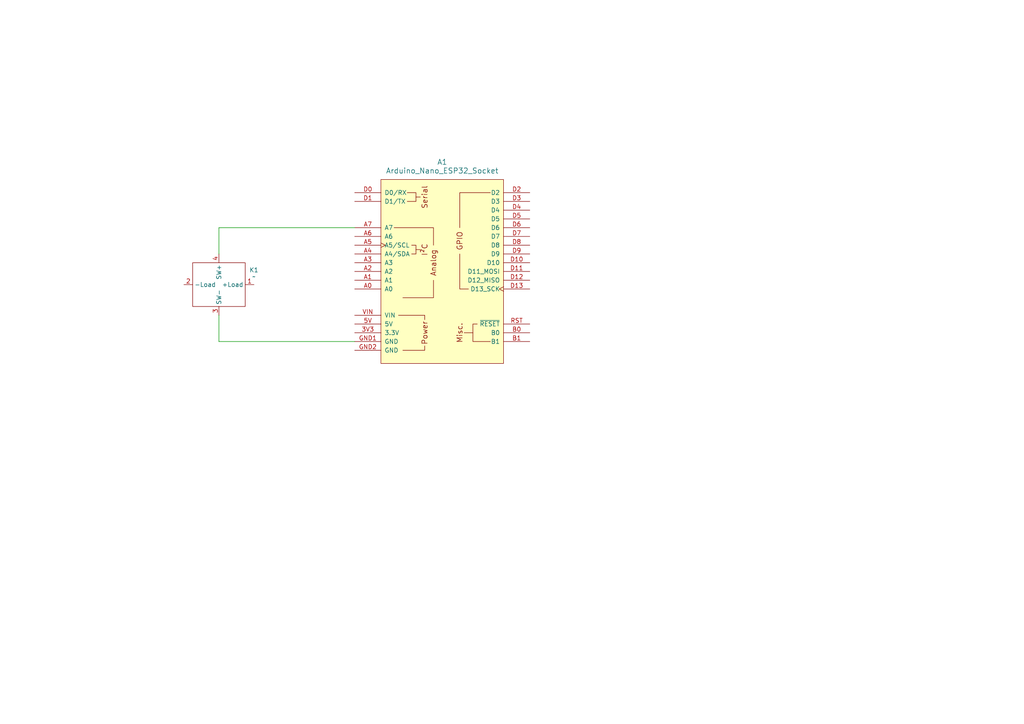
<source format=kicad_sch>
(kicad_sch (version 20231120) (generator "eeschema") (generator_version "8.0")
  (paper "A4")
  (lib_symbols
    (symbol "PCM_arduino-library:Arduino_Nano_ESP32_Socket" (pin_names (offset 1.016))
      (property "Reference" "A" (at 0 33.02 0))
      (property "Value" "Arduino_Nano_ESP32_Socket" (at 0 29.21 0))
      (symbol "Arduino_Nano_ESP32_Socket_0_0"
        (rectangle (start -17.78 26.67) (end 17.78 -26.67) (fill (type background)))
        (polyline (pts (xy -7.62 6.35) (xy -6.35 6.35)))
        (polyline (pts (xy -7.62 21.59) (xy -6.35 21.59)))
        (polyline (pts (xy 8.89 -17.78) (xy 6.35 -17.78)))
        (polyline (pts (xy -11.43 -22.86) (xy -5.08 -22.86) (xy -5.08 -21.59)))
        (polyline (pts (xy -5.08 -13.97) (xy -5.08 -12.7) (xy -12.7 -12.7)))
        (polyline (pts (xy -10.16 22.86) (xy -7.62 22.86) (xy -7.62 20.32) (xy -10.16 20.32)))
        (polyline (pts (xy -8.89 7.62) (xy -7.62 7.62) (xy -7.62 5.08) (xy -8.89 5.08)))
        (text "Analog" (at -2.54 2.54 900) (effects (font (size 1.524 1.524))))
        (text "I²C" (at -5.08 6.35 900) (effects (font (size 1.524 1.524))))
        (text "Misc." (at 5.08 -17.78 900) (effects (font (size 1.524 1.524))))
        (text "Power" (at -5.08 -17.78 900) (effects (font (size 1.524 1.524))))
        (text "Serial" (at -5.08 21.59 900) (effects (font (size 1.524 1.524))))
      )
      (symbol "Arduino_Nano_ESP32_Socket_0_1"
        (polyline (pts (xy -13.97 12.7) (xy -2.54 12.7) (xy -2.54 7.62)))
        (polyline (pts (xy -11.43 -7.62) (xy -2.54 -7.62) (xy -2.54 -2.54)))
        (polyline (pts (xy 7.62 -5.08) (xy 5.08 -5.08) (xy 5.08 5.08)))
        (polyline (pts (xy 13.97 22.86) (xy 5.08 22.86) (xy 5.08 12.7)))
        (polyline (pts (xy 10.16 -15.24) (xy 8.89 -15.24) (xy 8.89 -20.32) (xy 13.97 -20.32)))
      )
      (symbol "Arduino_Nano_ESP32_Socket_1_0"
        (text "GPIO" (at 5.08 8.89 900) (effects (font (size 1.524 1.524))))
      )
      (symbol "Arduino_Nano_ESP32_Socket_1_1"
        (pin power_out line (at -25.4 -17.78 0) (length 7.62) (name "3.3V") (number "3V3"))
        (pin power_in line (at -25.4 -15.24 0) (length 7.62) (name "5V") (number "5V"))
        (pin bidirectional line (at -25.4 -5.08 0) (length 7.62) (name "A0") (number "A0"))
        (pin bidirectional line (at -25.4 -2.54 0) (length 7.62) (name "A1") (number "A1"))
        (pin bidirectional line (at -25.4 0 0) (length 7.62) (name "A2") (number "A2"))
        (pin bidirectional line (at -25.4 2.54 0) (length 7.62) (name "A3") (number "A3"))
        (pin bidirectional line (at -25.4 5.08 0) (length 7.62) (name "A4/SDA") (number "A4"))
        (pin bidirectional clock (at -25.4 7.62 0) (length 7.62) (name "A5/SCL") (number "A5"))
        (pin input line (at -25.4 10.16 0) (length 7.62) (name "A6") (number "A6"))
        (pin input line (at -25.4 12.7 0) (length 7.62) (name "A7") (number "A7"))
        (pin bidirectional line (at 25.4 -17.78 180) (length 7.62) (name "B0") (number "B0"))
        (pin bidirectional line (at 25.4 -20.32 180) (length 7.62) (name "B1") (number "B1"))
        (pin bidirectional line (at -25.4 22.86 0) (length 7.62) (name "D0/RX") (number "D0"))
        (pin bidirectional line (at -25.4 20.32 0) (length 7.62) (name "D1/TX") (number "D1"))
        (pin bidirectional line (at 25.4 2.54 180) (length 7.62) (name "D10") (number "D10"))
        (pin bidirectional line (at 25.4 0 180) (length 7.62) (name "D11_MOSI") (number "D11"))
        (pin bidirectional line (at 25.4 -2.54 180) (length 7.62) (name "D12_MISO") (number "D12"))
        (pin bidirectional clock (at 25.4 -5.08 180) (length 7.62) (name "D13_SCK") (number "D13"))
        (pin bidirectional line (at 25.4 22.86 180) (length 7.62) (name "D2") (number "D2"))
        (pin bidirectional line (at 25.4 20.32 180) (length 7.62) (name "D3") (number "D3"))
        (pin bidirectional line (at 25.4 17.78 180) (length 7.62) (name "D4") (number "D4"))
        (pin bidirectional line (at 25.4 15.24 180) (length 7.62) (name "D5") (number "D5"))
        (pin bidirectional line (at 25.4 12.7 180) (length 7.62) (name "D6") (number "D6"))
        (pin bidirectional line (at 25.4 10.16 180) (length 7.62) (name "D7") (number "D7"))
        (pin bidirectional line (at 25.4 7.62 180) (length 7.62) (name "D8") (number "D8"))
        (pin bidirectional line (at 25.4 5.08 180) (length 7.62) (name "D9") (number "D9"))
        (pin power_in line (at -25.4 -20.32 0) (length 7.62) (name "GND") (number "GND1"))
        (pin power_in line (at -25.4 -22.86 0) (length 7.62) (name "GND") (number "GND2"))
        (pin open_collector line (at 25.4 -15.24 180) (length 7.62) (name "~{RESET}") (number "RST"))
        (pin power_in line (at -25.4 -12.7 0) (length 7.62) (name "VIN") (number "VIN"))
      )
    )
    (symbol "PrechargeRelays:PreDisRelay"
      (property "Reference" "K" (at -7.874 8.128 0))
      (symbol "PreDisRelay_0_1"
        (rectangle (start -7.62 6.35) (end 7.62 -6.35))
      )
      (symbol "PreDisRelay_1_1"
        (pin input line (at -10.16 0 0) (length 2.54) (name "+Load") (number "1"))
        (pin output line (at 10.16 0 180) (length 2.54) (name "-Load") (number "2"))
        (pin output line (at 0 8.89 270) (length 2.54) (name "SW-") (number "3"))
        (pin input line (at 0 -8.89 90) (length 2.54) (name "SW+") (number "4"))
      )
    )
  )
  (wire (pts (xy 102.87 99.06) (xy 63.5 99.06)))
  (wire (pts (xy 102.87 66.04) (xy 63.5 66.04)))
  (wire (pts (xy 63.5 99.06) (xy 63.5 91.44)))
  (wire (pts (xy 63.5 66.04) (xy 63.5 73.66)))
  (symbol (lib_id "PrechargeRelays:PreDisRelay") (at 63.5 82.55 180) (unit 1)
    (property "Reference" "K1" (at 73.66 78.3238 0))
    (property "Value" "~" (at 73.66 80.2289 0))
  )
  (symbol (lib_id "PCM_arduino-library:Arduino_Nano_ESP32_Socket") (at 128.27 78.74 0) (unit 1)
    (property "Reference" "A1" (at 128.27 46.99 0) (effects (font (size 1.524 1.524))))
    (property "Value" "Arduino_Nano_ESP32_Socket" (at 128.27 49.53 0) (effects (font (size 1.524 1.524))))
    (property "Footprint" "PCM_arduino-library:Arduino_Nano_ESP32_Socket" (effects (hide yes)))
    (property "Datasheet" "https://docs.arduino.cc/hardware/nano-esp32" (effects (hide yes)))
    (property "Description" "Socket for Arduino Nano ESP32" (effects (hide yes)))
  )
)
</source>
